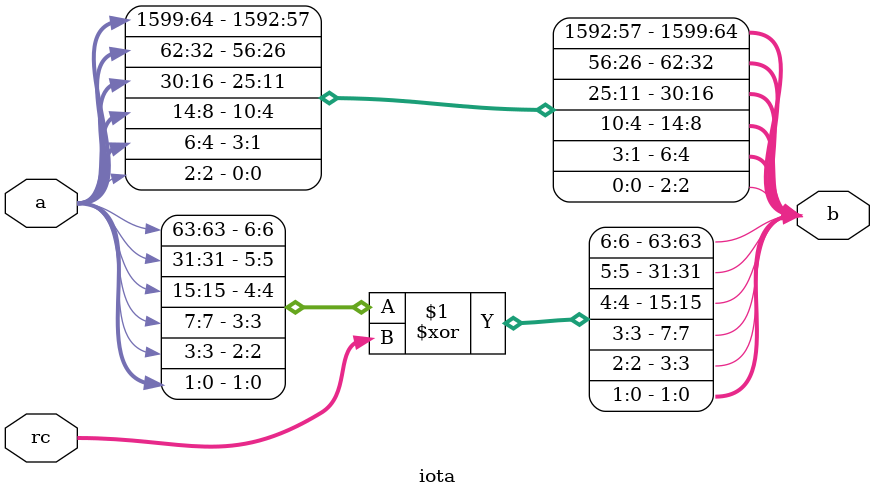
<source format=sv>
`timescale 1ns / 1ps

module sha3_256(ovr_rst, rst1, rst2, sample, answer, keccak_sp, keccak_clk, finish, prm, out);
    input[1088:1] prm;
    input ovr_rst, rst1, rst2, sample, answer, keccak_sp, keccak_clk, finish;
    output[1600:1] out;
    reg[1600:1] out;
    wire[1088:1] p;

    reg[1088:1] p_reg;
    wire [1600:1] s, o_wire;

    always @ (posedge sample) begin
        p_reg <= p;
    end

    always @ (posedge answer or posedge rst1) begin
        if( rst1 ) begin
            out <= 0;
        end
        else begin
            out <= o_wire;
        end
    end

    pad_p PAD_P ( .prm( prm ), .finish( finish ), .p( p ) );
    assign s = { out[1600:1089], out[1088:1] ^ p_reg };
    keccak_p KECCAK ( .rst( rst2 ), .sample( keccak_sp ) , .clk( keccak_clk ), .s( s ), .out( o_wire ) );

endmodule

module pad_p(prm, finish, p);
	parameter HASH_BITS = 1088, REMAIN_BITS = 64, ZERO_BITS = 1020; //ZERO_BITS = HASH_BITS - REMAIN_BITS - 4
	input[HASH_BITS:1] prm;
	input finish;
	output[HASH_BITS:1] p;
	reg [REMAIN_BITS:1] p_reg;

	always @ ( * ) begin
		if(finish) begin
			p_reg[REMAIN_BITS:1] <= prm[ HASH_BITS : HASH_BITS - REMAIN_BITS + 1 ];
		end
		else begin
			p_reg[REMAIN_BITS:1] <= prm[REMAIN_BITS:1];
		end
	end

	assign n_fin = ~finish;
	assign p[ HASH_BITS : REMAIN_BITS+3 ] = { finish | prm[HASH_BITS], {ZERO_BITS{n_fin}} & prm[HASH_BITS-1 : REMAIN_BITS+4], finish | prm[REMAIN_BITS+3]};
	assign p[ REMAIN_BITS+2 : REMAIN_BITS+1 ] = { finish | prm[REMAIN_BITS+2], n_fin & prm[REMAIN_BITS+1] };
	assign p[ REMAIN_BITS : 1] = p_reg;
endmodule

module keccak_p(rst, sample, clk, s, out);
//b (len of s) = 1600, nr = 24, w = 64, l = 6
//"en" to change value of rc
//rc_en = pipel_num * keccak_en;
    input[1600:1] s;
    input rst, sample, clk;
    output reg [1600:1] out;
    wire [1600:1] a, b, c, d, e;
    reg[1600:1] pipel_1;
    wire [6:0] rc;

    theta   THETA   ( .a(out), .out(a) );
    rho     RHO     ( .a(a), .out(b) );
    pi      PI      ( .a(pipel_1), .out(c) );
    chi     CHI     ( .a(c), .out(d) );
    rc      RC      ( .rst (rst), .en(sample), .out( rc ) );
    iota    IOTA    ( .a(d), .rc(rc), .b(e) );

    always @ (posedge sample) begin
        if(rst)
            out <= s;
        else
            out <= e;
    end

    always @ (posedge clk) begin
        pipel_1 <= b;
    end
endmodule

module theta(a, out);
    input[1600:1] a;
    output[1600:1] out;
    wire[320:1] c,d;

    theta_step1 STEP1 ( .a(a), .c(c) );
    theta_step2 STEP2 ( .c(c), .d(d) );
    theta_step3 STEP3 ( .a(a), .d(d), .out(out) );

endmodule

module theta_step1(a, c);
    input[1599:0] a;
    output[319:0] c;

    genvar i;
    generate
        for (i = 0; i < 320; i = i+1) begin: loop1
            assign c[i] = a[i] ^ a[i + 320] ^ a[i + 640] ^ a[i + 960] ^ a[i + 1280];
        end
    endgenerate
endmodule

module theta_step2(c, d);
    input[319:0] c;
    output[319:0] d;

    genvar x, z;
    generate
        for (x = 0; x < 5; x = x+1) begin: loop1
            for (z = 0; z < 64; z = z+1)  begin: loop2
                assign d[64*x+z] = c[ 64*( (x+4)%5 ) + z ] ^ c[ 64*( (x+1)%5 ) + ( (z+63)%64 ) ];
            end
        end
    endgenerate
endmodule

module theta_step3(a, d, out);
    input[1599:0] a;
    input[319:0] d;
    output[1599:0] out;

    assign out[319:0] = a[319:0] ^ d[319:0];
    assign out[639:320] = a[639:320] ^ d[319:0];
    assign out[959:640] = a[959:640] ^ d[319:0];
    assign out[1279:960] = a[1279:960] ^ d[319:0];
    assign out[1599:1280] = a[1599:1280] ^ d[319:0];

endmodule

module rho(a, out);
    input[1599:0] a;
    output[1599:0] out;

    assign out[63:0] = a[63:0];
    genvar z;
    generate
        //t = 0. 320*y + 64*x,m = 64,1
        for (z = 0; z < 64; z = z+1) begin: loop0
            assign out[64 + z] = a[64 + ( (z - 1) & 63 ) ];
        end

        //t = 1. 320*y + 64*x,m = 640,3
        for (z = 0; z < 64; z = z+1) begin: loop1
            assign out[640 + z] = a[640 + ( (z - 3) & 63 ) ];
        end

        //t = 2. 320*y + 64*x,m = 448,6
        for (z = 0; z < 64; z = z+1) begin: loop2
            assign out[448 + z] = a[448 + ( (z - 6) & 63 ) ];
        end

        //t = 3. 320*y + 64*x,m = 704,10
        for (z = 0; z < 64; z = z+1) begin: loop3
            assign out[704 + z] = a[704 + ( (z - 10) & 63 ) ];
        end

        //t = 4. 320*y + 64*x,m = 1088,15
        for (z = 0; z < 64; z = z+1) begin: loop4
            assign out[1088 + z] = a[1088 + ( (z - 15) & 63 ) ];
        end

        //t = 5. 320*y + 64*x,m = 1152,21
        for (z = 0; z < 64; z = z+1) begin: loop5
            assign out[1152 + z] = a[1152 + ( (z - 21) & 63 ) ];
        end

        //t = 6. 320*y + 64*x,m = 192,28
        for (z = 0; z < 64; z = z+1) begin: loop6
            assign out[192 + z] = a[192 + ( (z - 28) & 63 ) ];
        end

        //t = 7. 320*y + 64*x,m = 320,36
        for (z = 0; z < 64; z = z+1) begin: loop7
            assign out[320 + z] = a[320 + ( (z - 36) & 63 ) ];
        end

        //t = 8. 320*y + 64*x,m = 1024,45
        for (z = 0; z < 64; z = z+1) begin: loop8
            assign out[1024 + z] = a[1024 + ( (z - 45) & 63 ) ];
        end

        //t = 9. 320*y + 64*x,m = 512,55
        for (z = 0; z < 64; z = z+1) begin: loop9
            assign out[512 + z] = a[512 + ( (z - 55) & 63 ) ];
        end

        //t = 10. 320*y + 64*x,m = 1344,66
        for (z = 0; z < 64; z = z+1) begin: loop10
            assign out[1344 + z] = a[1344 + ( (z - 66) & 63 ) ];
        end

        //t = 11. 320*y + 64*x,m = 1536,78
        for (z = 0; z < 64; z = z+1) begin: loop11
            assign out[1536 + z] = a[1536 + ( (z - 78) & 63 ) ];
        end

        //t = 12. 320*y + 64*x,m = 256,91
        for (z = 0; z < 64; z = z+1) begin: loop12
            assign out[256 + z] = a[256 + ( (z - 91) & 63 ) ];
        end

        //t = 13. 320*y + 64*x,m = 960,105
        for (z = 0; z < 64; z = z+1) begin: loop13
            assign out[960 + z] = a[960 + ( (z - 105) & 63 ) ];
        end

        //t = 14. 320*y + 64*x,m = 1472,120
        for (z = 0; z < 64; z = z+1) begin: loop14
            assign out[1472 + z] = a[1472 + ( (z - 120) & 63 ) ];
        end

        //t = 15. 320*y + 64*x,m = 1216,136
        for (z = 0; z < 64; z = z+1) begin: loop15
            assign out[1216 + z] = a[1216 + ( (z - 136) & 63 ) ];
        end

        //t = 16. 320*y + 64*x,m = 832,153
        for (z = 0; z < 64; z = z+1) begin: loop16
            assign out[832 + z] = a[832 + ( (z - 153) & 63 ) ];
        end

        //t = 17. 320*y + 64*x,m = 768,171
        for (z = 0; z < 64; z = z+1) begin: loop17
            assign out[768 + z] = a[768 + ( (z - 171) & 63 ) ];
        end

        //t = 18. 320*y + 64*x,m = 128,190
        for (z = 0; z < 64; z = z+1) begin: loop18
            assign out[128 + z] = a[128 + ( (z - 190) & 63 ) ];
        end

        //t = 19. 320*y + 64*x,m = 1280,210
        for (z = 0; z < 64; z = z+1) begin: loop19
            assign out[1280 + z] = a[1280 + ( (z - 210) & 63 ) ];
        end

        //t = 20. 320*y + 64*x,m = 896,231
        for (z = 0; z < 64; z = z+1) begin: loop20
            assign out[896 + z] = a[896 + ( (z - 231) & 63 ) ];
        end

        //t = 21. 320*y + 64*x,m = 1408,253
        for (z = 0; z < 64; z = z+1) begin: loop21
            assign out[1408 + z] = a[1408 + ( (z - 253) & 63 ) ];
        end

        //t = 22. 320*y + 64*x,m = 576,276
        for (z = 0; z < 64; z = z+1) begin: loop22
            assign out[576 + z] = a[576 + ( (z - 276) & 63 ) ];
        end

        //t = 23. 320*y + 64*x,m = 384,300
        for (z = 0; z < 64; z = z+1) begin: loop23
            assign out[384 + z] = a[384 + ( (z - 300) & 63 ) ];
        end
    endgenerate
endmodule

module pi(a, out);
    input[1599:0] a;
    output[1599:0] out;

    genvar x,y;
    generate
        for (x = 0; x < 5; x = x+1) begin: loop1
            for (y = 0; y < 5; y = y+1) begin: loop2
                assign out[320*y + 64*x + 63 : 320*y + 64*x] = a[320*x + 64*( (x+3*y)%5 ) + 63 : 320*x + 64*( (x+3*y)%5 )];
            end
        end
    endgenerate
endmodule

module chi(a, out);
    input[1599:0] a;
    output[1599:0] out;

    genvar x,y;
    generate
        for (x = 0; x < 5; x = x+1) begin: loop1
            for (y = 0; y < 1600; y = y+320) begin: loop2
                assign out[y+ 64*x + 63 : y + 64*x] = a[y + 64*x + 63 : y + 64*x] ^ ( (~a[y + 64*((x+1)%5) + 63 : y + 64*((x+1)%5)]) & a[y + 64*((x+2)%5) + 63 : y+ 64*((x+2)%5)] );
            end
        end
    endgenerate
endmodule

module rc(rst, en, out);
//include rc(0), rc(1), rc(2), rc(3), rc(4), rc(5), rc(6)
//when "en" rises, if "rst" = 0, this module releases the next rc.
    input rst, en;
    output [6:0] out;
    wire [56:1] r;
    reg [56:1] a;

    always @ (posedge en) begin
        if (rst) begin   //rc_init
            a[8:1] <= 8'b1;
            a[16:9] <= 8'b10;
            a[24:17] <= 8'b100;
            a[32:25] <= 8'b1000;
            a[40:33] <= 8'b10000;
            a[48:41] <= 8'b100000;
            a[56:49] <= 8'b1000000;
        end
        else
            a <= r;
    end

    assign out = {a[49], a[41], a[33], a[25], a[17], a[9], a[1]};
    rc_7 RC1 ( .a( a[8:1] ) , .b( r[8:1] ) );
    rc_7 RC2 ( .a( a[16:9] ) , .b( r[16:9] ) );
    rc_7 RC3 ( .a( a[24:17] ) , .b( r[24:17] ) );
    rc_7 RC4 ( .a( a[32:25] ) , .b( r[32:25] ) );
    rc_7 RC5 ( .a( a[40:33] ) , .b( r[40:33] ) );
    rc_7 RC6 ( .a( a[48:41] ) , .b( r[48:41] ) );
    rc_7 RC7 ( .a( a[56:49] ) , .b( r[56:49] ) );
endmodule

module rc_7(a, b);
    input [7:0] a;
    output [7:0] b;

    assign b = { a[0]^a[7]^a[3]^a[2], a[7]^a[6]^a[2]^a[1], a[6]^a[2]^a[5]^a[1]^a[3], a[5]^a[7]^a[1]^a[4]^a[3], a[4]^a[7]^a[6], a[3]^a[6]^a[5], a[2]^a[5]^a[4], a[1]^a[4]^a[3] };
endmodule

module iota(a, rc, b);
    input[1599:0] a;
    input[6:0] rc;
    output[1599:0] b;

    assign b[1599:64] = a[1599:64];
    assign {b[63], b[31], b[15], b[7], b[3], b[1], b[0]} = {a[63], a[31], a[15], a[7], a[3], a[1], a[0]} ^ rc;

    genvar i;
    generate
        for (i = 4; i <= 64; i = i<<1) begin: loop1
            assign b[i-2 : (i>>1)] = a[i-2 : (i>>1)];
        end
    endgenerate

endmodule

</source>
